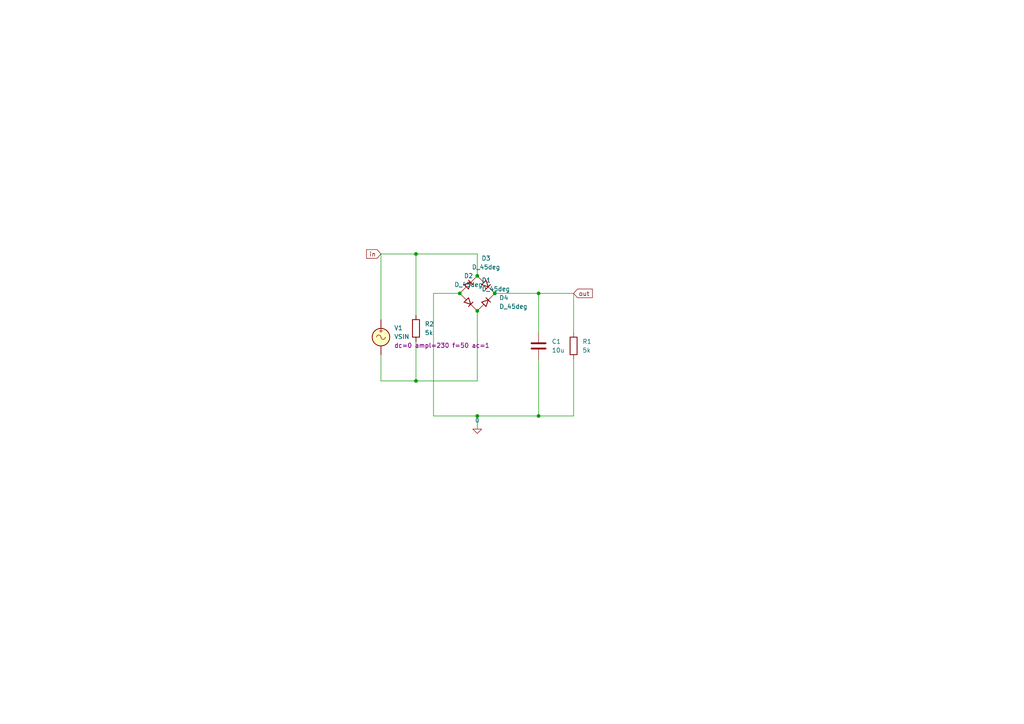
<source format=kicad_sch>
(kicad_sch (version 20250114) (generator "eeschema") (generator_version "9.0")
  (paper "A4")
  (lib_symbols
    (symbol "Device:C" (pin_numbers (hide yes)) (pin_names (offset 0.254))
      (property "Reference" "C" (at 0.635 2.54 0))
      (property "Value" "C" (at 0.635 -2.54 0))
      (symbol "C_0_1"
        (polyline (pts (xy -2.032 0.762) (xy 2.032 0.762)) (stroke (width 0.508)))
        (polyline (pts (xy -2.032 -0.762) (xy 2.032 -0.762)) (stroke (width 0.508)))
      )
      (symbol "C_1_1"
        (pin passive line (at 0 3.81 270) (length 2.794) (name "~") (number "1"))
        (pin passive line (at 0 -3.81 90) (length 2.794) (name "~") (number "2"))
      )
    )
    (symbol "Device:D_45deg" (pin_numbers (hide yes)) (pin_names (offset 0) (hide yes))
      (property "Reference" "D" (at 1.27 2.54 0))
      (property "Value" "D_45deg" (at 1.27 0 0))
      (symbol "D_45deg_0_1"
        (polyline (pts (xy -1.27 0) (xy 0 1.27) (xy 0.635 -0.635) (xy -1.27 0)) (stroke (width 0.254)))
        (polyline (pts (xy -0.635 0.635) (xy -2.54 2.54)))
        (polyline (pts (xy 0 -1.27) (xy 1.27 0)) (stroke (width 0.254)))
        (polyline (pts (xy 2.54 -2.54) (xy 0.635 -0.635)))
      )
      (symbol "D_45deg_1_1"
        (pin passive line (at -2.54 2.54 0) (length 0) (name "A") (number "2"))
        (pin passive line (at 2.54 -2.54 180) (length 0) (name "K") (number "1"))
      )
    )
    (symbol "Device:R" (pin_numbers (hide yes)) (pin_names (offset 0))
      (property "Reference" "R" (at 2.032 0 90))
      (property "Value" "R" (at 0 0 90))
      (symbol "R_0_1"
        (rectangle (start -1.016 -2.54) (end 1.016 2.54) (stroke (width 0.254)))
      )
      (symbol "R_1_1"
        (pin passive line (at 0 3.81 270) (length 1.27) (name "~") (number "1"))
        (pin passive line (at 0 -3.81 90) (length 1.27) (name "~") (number "2"))
      )
    )
    (symbol "Simulation_SPICE:0" (power) (pin_numbers (hide yes)) (pin_names (offset 0) (hide yes))
      (property "Value" "0" (at 0 -2.54 0))
      (symbol "0_0_1"
        (polyline (pts (xy -1.27 0) (xy 0 -1.27) (xy 1.27 0) (xy -1.27 0)))
      )
      (symbol "0_1_1"
        (pin power_in line (at 0 0 0) (length 0) (name "~") (number "1"))
      )
    )
    (symbol "Simulation_SPICE:VSIN" (pin_numbers (hide yes)) (pin_names (offset 0.0254))
      (property "Reference" "V" (at 2.54 2.54 0))
      (property "Value" "VSIN" (at 2.54 0 0))
      (property "Sim.Params" "dc=0 ampl=1 f=1k ac=1" (at 2.54 -2.54 0))
      (symbol "VSIN_0_0"
        (arc (start -1.27 0) (mid -0.635 0.6323) (end 0 0))
        (arc (start 1.27 0) (mid 0.635 -0.6323) (end 0 0))
        (text "+" (at 0 1.905 0) (effects (font (size 1.27 1.27))))
      )
      (symbol "VSIN_0_1"
        (circle (center 0 0) (radius 2.54) (stroke (width 0.254)) (fill (type background)))
      )
      (symbol "VSIN_1_1"
        (pin passive line (at 0 5.08 270) (length 2.54) (name "~") (number "1"))
        (pin passive line (at 0 -5.08 90) (length 2.54) (name "~") (number "2"))
      )
    )
  )
  (junction (at 156.21 85.09))
  (junction (at 156.21 120.65))
  (junction (at 143.51 85.09))
  (junction (at 133.35 85.09))
  (junction (at 138.43 80.01))
  (junction (at 138.43 120.65))
  (junction (at 138.43 90.17))
  (junction (at 120.65 110.49))
  (junction (at 120.65 73.66))
  (wire (pts (xy 138.43 110.49) (xy 138.43 90.17)))
  (wire (pts (xy 166.37 104.14) (xy 166.37 120.65)))
  (wire (pts (xy 120.65 73.66) (xy 120.65 91.44)))
  (wire (pts (xy 156.21 85.09) (xy 156.21 96.52)))
  (wire (pts (xy 110.49 92.71) (xy 110.49 73.66)))
  (wire (pts (xy 138.43 73.66) (xy 138.43 80.01)))
  (wire (pts (xy 110.49 102.87) (xy 110.49 110.49)))
  (wire (pts (xy 166.37 85.09) (xy 166.37 96.52)))
  (wire (pts (xy 125.73 85.09) (xy 125.73 120.65)))
  (wire (pts (xy 110.49 73.66) (xy 120.65 73.66)))
  (wire (pts (xy 125.73 120.65) (xy 138.43 120.65)))
  (wire (pts (xy 156.21 104.14) (xy 156.21 120.65)))
  (wire (pts (xy 138.43 120.65) (xy 138.43 124.46)))
  (wire (pts (xy 110.49 110.49) (xy 120.65 110.49)))
  (wire (pts (xy 156.21 85.09) (xy 166.37 85.09)))
  (wire (pts (xy 120.65 99.06) (xy 120.65 110.49)))
  (wire (pts (xy 120.65 73.66) (xy 138.43 73.66)))
  (wire (pts (xy 133.35 85.09) (xy 125.73 85.09)))
  (wire (pts (xy 143.51 85.09) (xy 156.21 85.09)))
  (wire (pts (xy 120.65 110.49) (xy 138.43 110.49)))
  (wire (pts (xy 156.21 120.65) (xy 166.37 120.65)))
  (wire (pts (xy 138.43 120.65) (xy 156.21 120.65)))
  (global_label "in" (shape input) (at 110.49 73.66 180) (property "Intersheetrefs" "${INTERSHEET_REFS}" (effects (hide yes))))
  (global_label "out" (shape input) (at 166.37 85.09 0) (property "Intersheetrefs" "${INTERSHEET_REFS}" (effects (hide yes))))
  (symbol (lib_id "Device:D_45deg") (at 140.97 87.63 90) (unit 1)
    (property "Reference" "D4" (at 144.78 86.3599 90) (effects (justify right)))
    (property "Value" "D_45deg" (at 144.78 88.8999 90) (effects (justify right)))
    (property "Description" "Diode, rotated by 45°" (effects (hide yes)))
    (property "Sim.Device" "D" (effects (hide yes)))
    (property "Sim.Pins" "1=K 2=A" (effects (hide yes)))
  )
  (symbol (lib_id "Device:R") (at 166.37 100.33 0) (unit 1)
    (property "Reference" "R1" (at 168.91 99.0599 0) (effects (justify left)))
    (property "Value" "5k" (at 168.91 101.5999 0) (effects (justify left)))
    (property "Description" "Resistor" (effects (hide yes)))
  )
  (symbol (lib_id "Simulation_SPICE:0") (at 138.43 124.46 0) (unit 1)
    (property "Reference" "#GND01" (effects (hide yes)))
    (property "Value" "0" (at 138.43 121.92 0))
    (property "Datasheet" "https://ngspice.sourceforge.io/docs/ngspice-html-manual/manual.xhtml#subsec_Circuit_elements__device" (effects (hide yes)))
    (property "Description" "0V reference potential for simulation" (effects (hide yes)))
  )
  (symbol (lib_id "Device:C") (at 156.21 100.33 0) (unit 1)
    (property "Reference" "C1" (at 160.02 99.0599 0) (effects (justify left)))
    (property "Value" "10u" (at 160.02 101.5999 0) (effects (justify left)))
    (property "Description" "Unpolarized capacitor" (effects (hide yes)))
  )
  (symbol (lib_id "Device:D_45deg") (at 135.89 82.55 90) (unit 1)
    (property "Reference" "D1" (at 139.7 81.2799 90) (effects (justify right)))
    (property "Value" "D_45deg" (at 139.7 83.8199 90) (effects (justify right)))
    (property "Description" "Diode, rotated by 45°" (effects (hide yes)))
    (property "Sim.Device" "D" (effects (hide yes)))
    (property "Sim.Pins" "1=K 2=A" (effects (hide yes)))
  )
  (symbol (lib_id "Device:D_45deg") (at 140.97 82.55 0) (unit 1)
    (property "Reference" "D3" (at 140.97 74.93 0))
    (property "Value" "D_45deg" (at 140.97 77.47 0))
    (property "Description" "Diode, rotated by 45°" (effects (hide yes)))
    (property "Sim.Device" "D" (effects (hide yes)))
    (property "Sim.Pins" "1=K 2=A" (effects (hide yes)))
  )
  (symbol (lib_id "Simulation_SPICE:VSIN") (at 110.49 97.79 0) (unit 1)
    (property "Reference" "V1" (at 114.3 95.1201 0) (effects (justify left)))
    (property "Value" "VSIN" (at 114.3 97.6601 0) (effects (justify left)))
    (property "Datasheet" "https://ngspice.sourceforge.io/docs/ngspice-html-manual/manual.xhtml#sec_Independent_Sources_for" (effects (hide yes)))
    (property "Description" "Voltage source, sinusoidal" (effects (hide yes)))
    (property "Sim.Pins" "1=+ 2=-" (effects (hide yes)))
    (property "Sim.Params" "dc=0 ampl=230 f=50 ac=1" (at 114.3 100.2001 0) (effects (justify left)))
    (property "Sim.Type" "SIN" (effects (hide yes)))
    (property "Sim.Device" "V" (effects (hide yes)))
  )
  (symbol (lib_id "Device:D_45deg") (at 135.89 87.63 0) (unit 1)
    (property "Reference" "D2" (at 135.89 80.01 0))
    (property "Value" "D_45deg" (at 135.89 82.55 0))
    (property "Description" "Diode, rotated by 45°" (effects (hide yes)))
    (property "Sim.Device" "D" (effects (hide yes)))
    (property "Sim.Pins" "1=K 2=A" (effects (hide yes)))
  )
  (symbol (lib_id "Device:R") (at 120.65 95.25 0) (unit 1)
    (property "Reference" "R2" (at 123.19 93.9799 0) (effects (justify left)))
    (property "Value" "5k" (at 123.19 96.5199 0) (effects (justify left)))
    (property "Description" "Resistor" (effects (hide yes)))
  )
)
</source>
